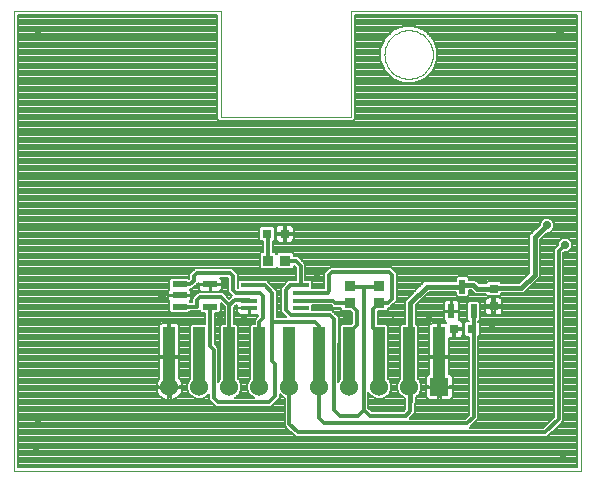
<source format=gtl>
G75*
%MOIN*%
%OFA0B0*%
%FSLAX24Y24*%
%IPPOS*%
%LPD*%
%AMOC8*
5,1,8,0,0,1.08239X$1,22.5*
%
%ADD10C,0.0000*%
%ADD11R,0.0500X0.0220*%
%ADD12R,0.0560X0.0170*%
%ADD13R,0.0220X0.0500*%
%ADD14R,0.0315X0.0315*%
%ADD15R,0.0374X0.0374*%
%ADD16R,0.0600X0.0600*%
%ADD17C,0.0600*%
%ADD18R,0.0394X0.2000*%
%ADD19C,0.0118*%
%ADD20C,0.0277*%
%ADD21C,0.0079*%
%ADD22C,0.0250*%
%ADD23C,0.0157*%
D10*
X000139Y000149D02*
X000139Y015504D01*
X007029Y015504D01*
X007029Y011960D01*
X011360Y011960D01*
X011360Y015504D01*
X019037Y015504D01*
X019037Y000149D01*
X000139Y000149D01*
X012482Y014047D02*
X012484Y014103D01*
X012490Y014159D01*
X012500Y014215D01*
X012513Y014269D01*
X012531Y014323D01*
X012552Y014375D01*
X012576Y014426D01*
X012605Y014475D01*
X012636Y014521D01*
X012671Y014566D01*
X012708Y014608D01*
X012749Y014647D01*
X012792Y014683D01*
X012838Y014716D01*
X012885Y014746D01*
X012935Y014772D01*
X012987Y014795D01*
X013040Y014815D01*
X013094Y014830D01*
X013149Y014842D01*
X013205Y014850D01*
X013261Y014854D01*
X013317Y014854D01*
X013373Y014850D01*
X013429Y014842D01*
X013484Y014830D01*
X013538Y014815D01*
X013591Y014795D01*
X013643Y014772D01*
X013692Y014746D01*
X013740Y014716D01*
X013786Y014683D01*
X013829Y014647D01*
X013870Y014608D01*
X013907Y014566D01*
X013942Y014521D01*
X013973Y014475D01*
X014002Y014426D01*
X014026Y014375D01*
X014047Y014323D01*
X014065Y014269D01*
X014078Y014215D01*
X014088Y014159D01*
X014094Y014103D01*
X014096Y014047D01*
X014094Y013991D01*
X014088Y013935D01*
X014078Y013879D01*
X014065Y013825D01*
X014047Y013771D01*
X014026Y013719D01*
X014002Y013668D01*
X013973Y013619D01*
X013942Y013573D01*
X013907Y013528D01*
X013870Y013486D01*
X013829Y013447D01*
X013786Y013411D01*
X013740Y013378D01*
X013693Y013348D01*
X013643Y013322D01*
X013591Y013299D01*
X013538Y013279D01*
X013484Y013264D01*
X013429Y013252D01*
X013373Y013244D01*
X013317Y013240D01*
X013261Y013240D01*
X013205Y013244D01*
X013149Y013252D01*
X013094Y013264D01*
X013040Y013279D01*
X012987Y013299D01*
X012935Y013322D01*
X012885Y013348D01*
X012838Y013378D01*
X012792Y013411D01*
X012749Y013447D01*
X012708Y013486D01*
X012671Y013528D01*
X012636Y013573D01*
X012605Y013619D01*
X012576Y013668D01*
X012552Y013719D01*
X012531Y013771D01*
X012513Y013825D01*
X012500Y013879D01*
X012490Y013935D01*
X012484Y013991D01*
X012482Y014047D01*
D11*
X006673Y006386D03*
X006673Y005646D03*
X005653Y005646D03*
X005653Y006016D03*
X005653Y006386D03*
D12*
X007980Y006357D03*
X007980Y006107D03*
X007980Y005847D03*
X007980Y005597D03*
X009700Y005597D03*
X009700Y005847D03*
X009700Y006107D03*
X009700Y006357D03*
D13*
X014712Y005488D03*
X015452Y005488D03*
X015082Y006308D03*
D14*
X016119Y006243D03*
X016119Y005653D03*
X015398Y004895D03*
X014807Y004895D03*
X009157Y008071D03*
X008567Y008071D03*
D15*
X008605Y007169D03*
X009176Y007169D03*
X011317Y006341D03*
X011317Y005770D03*
X012298Y005770D03*
X012298Y006341D03*
D16*
X014313Y002967D03*
D17*
X013313Y002967D03*
X012313Y002967D03*
X011313Y002967D03*
X010313Y002967D03*
X009313Y002967D03*
X008313Y002967D03*
X007313Y002967D03*
X006313Y002967D03*
X005313Y002967D03*
D18*
X005305Y003968D03*
X006305Y003968D03*
X007305Y003968D03*
X008305Y003968D03*
X009305Y003968D03*
X010305Y003968D03*
X011305Y003968D03*
X012305Y003968D03*
X013305Y003968D03*
X014305Y003968D03*
D19*
X013305Y003968D02*
X013305Y002975D01*
X013313Y002967D01*
X013339Y002490D01*
X013339Y002149D01*
X013189Y001999D01*
X011989Y001999D01*
X011789Y002199D01*
X011589Y001999D01*
X010989Y001999D01*
X010789Y002199D01*
X010789Y004511D01*
X010799Y004511D01*
X010799Y005218D01*
X010661Y005356D01*
X009372Y005356D01*
X009194Y005533D01*
X009194Y006206D01*
X009189Y006211D01*
X009335Y006357D01*
X009700Y006357D01*
X009700Y006400D01*
X009689Y006411D01*
X009689Y007011D01*
X009539Y007161D01*
X009184Y007161D01*
X009176Y007169D01*
X008605Y007169D02*
X008605Y008033D01*
X008567Y008071D01*
X007339Y006761D02*
X007439Y006661D01*
X007439Y006211D01*
X007539Y006111D01*
X007976Y006111D01*
X007980Y006107D01*
X007984Y006111D01*
X008339Y006111D01*
X008439Y006011D01*
X008439Y005261D01*
X008313Y005134D01*
X008313Y002967D01*
X008305Y003968D01*
X008739Y003833D02*
X008830Y003742D01*
X008830Y002659D01*
X008839Y002649D01*
X008639Y002449D01*
X006939Y002449D01*
X006789Y002599D01*
X006789Y004205D01*
X006673Y004321D01*
X006673Y005646D01*
X006239Y005661D02*
X006239Y005861D01*
X006339Y005961D01*
X007036Y005961D01*
X007313Y005684D01*
X007489Y005861D01*
X007966Y005861D01*
X007980Y005847D01*
X007980Y006357D02*
X007984Y006361D01*
X008489Y006361D01*
X008739Y006111D01*
X008739Y005130D01*
X010179Y005130D01*
X010297Y005012D01*
X010297Y003976D01*
X010305Y003968D01*
X010305Y002975D01*
X010313Y002967D01*
X010313Y001915D01*
X010478Y001749D01*
X015239Y001749D01*
X015452Y001962D01*
X015452Y004911D01*
X015436Y004895D01*
X015398Y004895D01*
X015452Y004911D02*
X015452Y005488D01*
X016119Y006243D02*
X016137Y006261D01*
X015135Y006361D02*
X015082Y006308D01*
X012739Y005911D02*
X012589Y005761D01*
X012307Y005761D01*
X012098Y005552D01*
X012098Y004943D01*
X012305Y004736D01*
X012305Y003968D01*
X012313Y003960D01*
X012313Y002967D01*
X011789Y002199D02*
X011789Y006311D01*
X012268Y006311D01*
X012298Y006341D01*
X011789Y006311D02*
X011347Y006311D01*
X011317Y006341D01*
X010639Y006161D02*
X010639Y006711D01*
X010739Y006811D01*
X012639Y006811D01*
X012739Y006711D01*
X012739Y005911D01*
X012307Y005761D02*
X012298Y005770D01*
X011567Y005503D02*
X011567Y005031D01*
X011305Y004770D01*
X011305Y003968D01*
X011313Y003960D01*
X011313Y002967D01*
X009313Y002967D02*
X009313Y001726D01*
X009589Y001449D01*
X017839Y001449D01*
X018289Y001899D01*
X018289Y007499D01*
X018489Y007699D01*
X011567Y005503D02*
X011308Y005761D01*
X011317Y005770D01*
X011308Y005761D02*
X010839Y005761D01*
X010754Y005847D01*
X009700Y005847D01*
X009700Y006107D02*
X010585Y006107D01*
X010639Y006161D01*
X008739Y005130D02*
X008739Y003833D01*
X009305Y003968D02*
X009313Y002967D01*
X007313Y002967D02*
X007305Y003968D01*
X006305Y003968D02*
X006305Y002975D01*
X006313Y002967D01*
X007313Y002967D02*
X007313Y005684D01*
X006239Y005661D02*
X006224Y005646D01*
X005653Y005646D01*
X005653Y006386D02*
X006014Y006386D01*
X006139Y006511D01*
X006139Y006661D01*
X006239Y006761D01*
X007339Y006761D01*
D20*
X017889Y008349D03*
X018489Y007699D03*
D21*
X018251Y007685D02*
X018131Y007565D01*
X018131Y001965D01*
X017774Y001608D01*
X015322Y001608D01*
X015398Y001684D01*
X015610Y001896D01*
X015610Y004652D01*
X015654Y004696D01*
X015654Y005094D01*
X015610Y005138D01*
X015610Y005146D01*
X015661Y005197D01*
X015661Y005779D01*
X015603Y005837D01*
X015301Y005837D01*
X015243Y005779D01*
X015243Y005197D01*
X015287Y005152D01*
X015199Y005152D01*
X015141Y005094D01*
X015141Y004696D01*
X015199Y004638D01*
X015293Y004638D01*
X015293Y002028D01*
X015174Y001908D01*
X013322Y001908D01*
X013348Y001934D01*
X013405Y001991D01*
X013498Y002084D01*
X013498Y002397D01*
X013517Y002417D01*
X013517Y002620D01*
X013539Y002629D01*
X013651Y002741D01*
X013712Y002888D01*
X013712Y003047D01*
X013651Y003193D01*
X013601Y003244D01*
X013601Y005010D01*
X013543Y005068D01*
X013517Y005068D01*
X013517Y005687D01*
X013960Y006130D01*
X014873Y006130D01*
X014873Y006017D01*
X014931Y005959D01*
X015233Y005959D01*
X015291Y006017D01*
X015291Y006183D01*
X015366Y006183D01*
X015483Y006065D01*
X015862Y006065D01*
X015862Y006045D01*
X015920Y005986D01*
X016318Y005986D01*
X016376Y006045D01*
X016376Y006084D01*
X017123Y006084D01*
X017227Y006188D01*
X017667Y006628D01*
X017667Y007876D01*
X017903Y008111D01*
X017988Y008111D01*
X018127Y008251D01*
X018127Y008448D01*
X017988Y008588D01*
X017791Y008588D01*
X017651Y008448D01*
X017651Y008363D01*
X017311Y008023D01*
X017311Y006776D01*
X016975Y006440D01*
X016376Y006440D01*
X016376Y006442D01*
X016318Y006500D01*
X015920Y006500D01*
X015862Y006442D01*
X015862Y006421D01*
X015631Y006421D01*
X015513Y006539D01*
X015291Y006539D01*
X015291Y006599D01*
X015233Y006657D01*
X014931Y006657D01*
X014873Y006599D01*
X014873Y006486D01*
X013813Y006486D01*
X013708Y006382D01*
X013708Y006382D01*
X013266Y005939D01*
X013266Y005939D01*
X013161Y005835D01*
X013161Y005068D01*
X013067Y005068D01*
X013009Y005010D01*
X013009Y003228D01*
X012974Y003193D01*
X012913Y003047D01*
X012913Y002888D01*
X012974Y002741D01*
X013086Y002629D01*
X013161Y002598D01*
X013161Y002417D01*
X013181Y002397D01*
X013181Y002215D01*
X013124Y002158D01*
X012055Y002158D01*
X011948Y002265D01*
X011948Y002804D01*
X011974Y002741D01*
X012086Y002629D01*
X012233Y002568D01*
X012392Y002568D01*
X012539Y002629D01*
X012651Y002741D01*
X012712Y002888D01*
X012712Y003047D01*
X012651Y003193D01*
X012601Y003244D01*
X012601Y005010D01*
X012543Y005068D01*
X012256Y005068D01*
X012256Y005484D01*
X012526Y005484D01*
X012584Y005542D01*
X012584Y005602D01*
X012655Y005602D01*
X012748Y005695D01*
X012898Y005845D01*
X012898Y006776D01*
X012805Y006869D01*
X012798Y006876D01*
X012705Y006969D01*
X010674Y006969D01*
X010581Y006876D01*
X010481Y006776D01*
X010481Y006265D01*
X010080Y006265D01*
X010080Y006483D01*
X010021Y006541D01*
X009848Y006541D01*
X009848Y007076D01*
X009698Y007226D01*
X009605Y007319D01*
X009462Y007319D01*
X009462Y007397D01*
X009404Y007456D01*
X008948Y007456D01*
X008891Y007398D01*
X008833Y007456D01*
X008764Y007456D01*
X008764Y007815D01*
X008765Y007815D01*
X008823Y007873D01*
X008823Y008270D01*
X008765Y008328D01*
X008368Y008328D01*
X008310Y008270D01*
X008310Y007873D01*
X008368Y007815D01*
X008447Y007815D01*
X008447Y007456D01*
X008377Y007456D01*
X008319Y007397D01*
X008319Y006941D01*
X008377Y006883D01*
X008833Y006883D01*
X008891Y006940D01*
X008948Y006883D01*
X009404Y006883D01*
X009462Y006941D01*
X009462Y007002D01*
X009474Y007002D01*
X009531Y006945D01*
X009531Y006541D01*
X009379Y006541D01*
X009353Y006515D01*
X009269Y006515D01*
X009124Y006369D01*
X009124Y006369D01*
X009031Y006276D01*
X009031Y006145D01*
X009036Y006140D01*
X009036Y005468D01*
X009129Y005375D01*
X009216Y005288D01*
X008898Y005288D01*
X008898Y006176D01*
X008648Y006426D01*
X008555Y006519D01*
X008323Y006519D01*
X008301Y006541D01*
X007659Y006541D01*
X007601Y006483D01*
X007598Y006483D01*
X007601Y006483D02*
X007601Y006273D01*
X007598Y006276D01*
X007598Y006726D01*
X007505Y006819D01*
X007405Y006919D01*
X006174Y006919D01*
X006081Y006826D01*
X005981Y006726D01*
X005981Y006576D01*
X005972Y006568D01*
X005944Y006595D01*
X005362Y006595D01*
X005304Y006537D01*
X005304Y006235D01*
X005309Y006229D01*
X005291Y006212D01*
X005273Y006180D01*
X005264Y006144D01*
X005264Y006032D01*
X005637Y006032D01*
X005637Y006000D01*
X005264Y006000D01*
X005264Y005888D01*
X005273Y005852D01*
X005291Y005820D01*
X005309Y005803D01*
X005304Y005797D01*
X005304Y005495D01*
X005362Y005437D01*
X005944Y005437D01*
X005995Y005488D01*
X006290Y005488D01*
X006305Y005502D01*
X006324Y005521D01*
X006324Y005495D01*
X006382Y005437D01*
X006515Y005437D01*
X006515Y005068D01*
X006067Y005068D01*
X006009Y005010D01*
X006009Y003228D01*
X005974Y003193D01*
X005913Y003047D01*
X005913Y002888D01*
X005974Y002741D01*
X006086Y002629D01*
X006233Y002568D01*
X006392Y002568D01*
X006539Y002629D01*
X006631Y002721D01*
X006631Y002534D01*
X006781Y002384D01*
X006874Y002291D01*
X008705Y002291D01*
X008905Y002491D01*
X008998Y002584D01*
X008998Y002715D01*
X008989Y002724D01*
X008989Y002726D01*
X009086Y002629D01*
X009154Y002601D01*
X009154Y001661D01*
X009247Y001568D01*
X009431Y001384D01*
X009524Y001291D01*
X017905Y001291D01*
X018355Y001741D01*
X018448Y001834D01*
X018448Y007434D01*
X018475Y007461D01*
X018588Y007461D01*
X018727Y007601D01*
X018727Y007798D01*
X018588Y007938D01*
X018391Y007938D01*
X018251Y007798D01*
X018251Y007685D01*
X018251Y007719D02*
X017667Y007719D01*
X017667Y007642D02*
X018208Y007642D01*
X018131Y007565D02*
X017667Y007565D01*
X017667Y007487D02*
X018131Y007487D01*
X018131Y007410D02*
X017667Y007410D01*
X017667Y007333D02*
X018131Y007333D01*
X018131Y007256D02*
X017667Y007256D01*
X017667Y007178D02*
X018131Y007178D01*
X018131Y007101D02*
X017667Y007101D01*
X017667Y007024D02*
X018131Y007024D01*
X018131Y006947D02*
X017667Y006947D01*
X017667Y006869D02*
X018131Y006869D01*
X018131Y006792D02*
X017667Y006792D01*
X017667Y006715D02*
X018131Y006715D01*
X018131Y006638D02*
X017667Y006638D01*
X017599Y006560D02*
X018131Y006560D01*
X018131Y006483D02*
X017522Y006483D01*
X017445Y006406D02*
X018131Y006406D01*
X018131Y006329D02*
X017368Y006329D01*
X017290Y006251D02*
X018131Y006251D01*
X018131Y006174D02*
X017213Y006174D01*
X017136Y006097D02*
X018131Y006097D01*
X018131Y006020D02*
X016351Y006020D01*
X016330Y005940D02*
X016295Y005949D01*
X016158Y005949D01*
X016158Y005692D01*
X016080Y005692D01*
X016080Y005949D01*
X015943Y005949D01*
X015908Y005940D01*
X015876Y005922D01*
X015850Y005896D01*
X015832Y005864D01*
X015822Y005828D01*
X015822Y005692D01*
X016080Y005692D01*
X016080Y005613D01*
X016158Y005613D01*
X016158Y005356D01*
X016295Y005356D01*
X016330Y005365D01*
X016362Y005384D01*
X016388Y005410D01*
X016406Y005441D01*
X016416Y005477D01*
X016416Y005613D01*
X016158Y005613D01*
X016158Y005692D01*
X016416Y005692D01*
X016416Y005828D01*
X016406Y005864D01*
X016388Y005896D01*
X016362Y005922D01*
X016330Y005940D01*
X016321Y005942D02*
X018131Y005942D01*
X018131Y005865D02*
X016405Y005865D01*
X016416Y005788D02*
X018131Y005788D01*
X018131Y005711D02*
X016416Y005711D01*
X016416Y005556D02*
X018131Y005556D01*
X018131Y005479D02*
X016416Y005479D01*
X016380Y005402D02*
X018131Y005402D01*
X018131Y005325D02*
X015661Y005325D01*
X015661Y005402D02*
X015858Y005402D01*
X015850Y005410D02*
X015876Y005384D01*
X015908Y005365D01*
X015943Y005356D01*
X016080Y005356D01*
X016080Y005613D01*
X015822Y005613D01*
X015822Y005477D01*
X015832Y005441D01*
X015850Y005410D01*
X015822Y005479D02*
X015661Y005479D01*
X015661Y005556D02*
X015822Y005556D01*
X015822Y005711D02*
X015661Y005711D01*
X015661Y005634D02*
X016080Y005634D01*
X016080Y005711D02*
X016158Y005711D01*
X016158Y005788D02*
X016080Y005788D01*
X016080Y005865D02*
X016158Y005865D01*
X016158Y005942D02*
X016080Y005942D01*
X015917Y005942D02*
X013773Y005942D01*
X013696Y005865D02*
X014544Y005865D01*
X014548Y005868D02*
X014516Y005849D01*
X014490Y005823D01*
X014472Y005792D01*
X014463Y005756D01*
X014463Y005504D01*
X014696Y005504D01*
X014696Y005877D01*
X014584Y005877D01*
X014548Y005868D01*
X014471Y005788D02*
X013618Y005788D01*
X013541Y005711D02*
X014463Y005711D01*
X014463Y005634D02*
X013517Y005634D01*
X013517Y005556D02*
X014463Y005556D01*
X014463Y005472D02*
X014463Y005220D01*
X014472Y005184D01*
X014490Y005152D01*
X014516Y005126D01*
X014528Y005120D01*
X014520Y005108D01*
X014344Y005108D01*
X014344Y004008D01*
X014265Y004008D01*
X014265Y005108D01*
X014090Y005108D01*
X014054Y005098D01*
X014022Y005080D01*
X013996Y005054D01*
X013978Y005022D01*
X013969Y004987D01*
X013969Y004008D01*
X014265Y004008D01*
X014265Y003929D01*
X013969Y003929D01*
X013969Y003400D01*
X013959Y003397D01*
X013927Y003379D01*
X013901Y003353D01*
X013883Y003321D01*
X013873Y003286D01*
X013873Y003007D01*
X013712Y003007D01*
X013712Y002930D02*
X013974Y002930D01*
X013974Y002928D02*
X013873Y002928D01*
X013873Y002649D01*
X013883Y002613D01*
X013901Y002582D01*
X013927Y002556D01*
X013959Y002537D01*
X013994Y002528D01*
X014273Y002528D01*
X014273Y002928D01*
X014344Y002928D01*
X014344Y002829D01*
X014352Y002829D01*
X014352Y002528D01*
X014631Y002528D01*
X014666Y002537D01*
X014698Y002556D01*
X014724Y002582D01*
X014742Y002613D01*
X014752Y002649D01*
X014752Y002928D01*
X014635Y002928D01*
X014641Y002950D01*
X014641Y003007D01*
X014752Y003007D01*
X015293Y003007D01*
X015293Y002930D02*
X014636Y002930D01*
X014752Y003007D02*
X014752Y003286D01*
X014742Y003321D01*
X014724Y003353D01*
X014698Y003379D01*
X014666Y003397D01*
X014641Y003404D01*
X014641Y003929D01*
X014344Y003929D01*
X014344Y003007D01*
X014273Y003007D01*
X014273Y003407D01*
X014265Y003407D01*
X014265Y003929D01*
X014344Y003929D01*
X014344Y004008D01*
X014641Y004008D01*
X014641Y004598D01*
X014768Y004598D01*
X014768Y004856D01*
X014846Y004856D01*
X014846Y004598D01*
X014983Y004598D01*
X015018Y004608D01*
X015050Y004626D01*
X015076Y004652D01*
X015094Y004684D01*
X015104Y004719D01*
X015104Y004856D01*
X014846Y004856D01*
X014846Y004934D01*
X015104Y004934D01*
X015104Y005071D01*
X015094Y005106D01*
X015076Y005138D01*
X015050Y005164D01*
X015018Y005182D01*
X014983Y005192D01*
X014954Y005192D01*
X014961Y005220D01*
X014961Y005472D01*
X014728Y005472D01*
X014728Y005504D01*
X014696Y005504D01*
X014696Y005472D01*
X014463Y005472D01*
X014463Y005402D02*
X013517Y005402D01*
X013517Y005479D02*
X014696Y005479D01*
X014728Y005479D02*
X015243Y005479D01*
X015243Y005402D02*
X014961Y005402D01*
X014961Y005325D02*
X015243Y005325D01*
X015243Y005247D02*
X014961Y005247D01*
X015040Y005170D02*
X015269Y005170D01*
X015141Y005093D02*
X015098Y005093D01*
X015104Y005016D02*
X015141Y005016D01*
X015141Y004938D02*
X015104Y004938D01*
X015141Y004861D02*
X014846Y004861D01*
X014846Y004784D02*
X014768Y004784D01*
X014768Y004707D02*
X014846Y004707D01*
X014846Y004629D02*
X014768Y004629D01*
X014641Y004552D02*
X015293Y004552D01*
X015293Y004475D02*
X014641Y004475D01*
X014641Y004398D02*
X015293Y004398D01*
X015293Y004320D02*
X014641Y004320D01*
X014641Y004243D02*
X015293Y004243D01*
X015293Y004166D02*
X014641Y004166D01*
X014641Y004089D02*
X015293Y004089D01*
X015293Y004011D02*
X014641Y004011D01*
X014641Y003857D02*
X015293Y003857D01*
X015293Y003934D02*
X014344Y003934D01*
X014344Y003857D02*
X014265Y003857D01*
X014265Y003934D02*
X013601Y003934D01*
X013601Y003857D02*
X013969Y003857D01*
X013969Y003780D02*
X013601Y003780D01*
X013601Y003703D02*
X013969Y003703D01*
X013969Y003625D02*
X013601Y003625D01*
X013601Y003548D02*
X013969Y003548D01*
X013969Y003471D02*
X013601Y003471D01*
X013601Y003394D02*
X013953Y003394D01*
X013881Y003316D02*
X013601Y003316D01*
X013605Y003239D02*
X013873Y003239D01*
X013873Y003162D02*
X013664Y003162D01*
X013696Y003085D02*
X013873Y003085D01*
X013873Y003007D02*
X013969Y003007D01*
X013969Y002950D01*
X013974Y002928D01*
X013873Y002853D02*
X013698Y002853D01*
X013666Y002776D02*
X013873Y002776D01*
X013873Y002698D02*
X013609Y002698D01*
X013521Y002621D02*
X013881Y002621D01*
X013947Y002544D02*
X013517Y002544D01*
X013517Y002467D02*
X015293Y002467D01*
X015293Y002544D02*
X014678Y002544D01*
X014745Y002621D02*
X015293Y002621D01*
X015293Y002698D02*
X014752Y002698D01*
X014752Y002776D02*
X015293Y002776D01*
X015293Y002853D02*
X014752Y002853D01*
X014752Y003085D02*
X015293Y003085D01*
X015293Y003162D02*
X014752Y003162D01*
X014752Y003239D02*
X015293Y003239D01*
X015293Y003316D02*
X014744Y003316D01*
X014672Y003394D02*
X015293Y003394D01*
X015293Y003471D02*
X014641Y003471D01*
X014641Y003548D02*
X015293Y003548D01*
X015293Y003625D02*
X014641Y003625D01*
X014641Y003703D02*
X015293Y003703D01*
X015293Y003780D02*
X014641Y003780D01*
X014344Y003780D02*
X014265Y003780D01*
X014265Y003703D02*
X014344Y003703D01*
X014344Y003625D02*
X014265Y003625D01*
X014265Y003548D02*
X014344Y003548D01*
X014344Y003471D02*
X014265Y003471D01*
X014273Y003394D02*
X014344Y003394D01*
X014344Y003316D02*
X014273Y003316D01*
X014273Y003239D02*
X014344Y003239D01*
X014344Y003162D02*
X014273Y003162D01*
X014273Y003085D02*
X014344Y003085D01*
X014344Y003007D02*
X014273Y003007D01*
X014273Y002853D02*
X014344Y002853D01*
X014352Y002776D02*
X014273Y002776D01*
X014273Y002698D02*
X014352Y002698D01*
X014352Y002621D02*
X014273Y002621D01*
X014273Y002544D02*
X014352Y002544D01*
X013498Y002389D02*
X015293Y002389D01*
X015293Y002312D02*
X013498Y002312D01*
X013498Y002235D02*
X015293Y002235D01*
X015293Y002158D02*
X013498Y002158D01*
X013494Y002080D02*
X015293Y002080D01*
X015269Y002003D02*
X013417Y002003D01*
X013405Y001991D02*
X013405Y001991D01*
X013340Y001926D02*
X015192Y001926D01*
X015485Y001771D02*
X017937Y001771D01*
X017860Y001694D02*
X015408Y001694D01*
X015331Y001617D02*
X017783Y001617D01*
X018015Y001849D02*
X015563Y001849D01*
X015610Y001926D02*
X018092Y001926D01*
X018131Y002003D02*
X015610Y002003D01*
X015610Y002080D02*
X018131Y002080D01*
X018131Y002158D02*
X015610Y002158D01*
X015610Y002235D02*
X018131Y002235D01*
X018131Y002312D02*
X015610Y002312D01*
X015610Y002389D02*
X018131Y002389D01*
X018131Y002467D02*
X015610Y002467D01*
X015610Y002544D02*
X018131Y002544D01*
X018131Y002621D02*
X015610Y002621D01*
X015610Y002698D02*
X018131Y002698D01*
X018131Y002776D02*
X015610Y002776D01*
X015610Y002853D02*
X018131Y002853D01*
X018131Y002930D02*
X015610Y002930D01*
X015610Y003007D02*
X018131Y003007D01*
X018131Y003085D02*
X015610Y003085D01*
X015610Y003162D02*
X018131Y003162D01*
X018131Y003239D02*
X015610Y003239D01*
X015610Y003316D02*
X018131Y003316D01*
X018131Y003394D02*
X015610Y003394D01*
X015610Y003471D02*
X018131Y003471D01*
X018131Y003548D02*
X015610Y003548D01*
X015610Y003625D02*
X018131Y003625D01*
X018131Y003703D02*
X015610Y003703D01*
X015610Y003780D02*
X018131Y003780D01*
X018131Y003857D02*
X015610Y003857D01*
X015610Y003934D02*
X018131Y003934D01*
X018131Y004011D02*
X015610Y004011D01*
X015610Y004089D02*
X018131Y004089D01*
X018131Y004166D02*
X015610Y004166D01*
X015610Y004243D02*
X018131Y004243D01*
X018131Y004320D02*
X015610Y004320D01*
X015610Y004398D02*
X018131Y004398D01*
X018131Y004475D02*
X015610Y004475D01*
X015610Y004552D02*
X018131Y004552D01*
X018131Y004629D02*
X015610Y004629D01*
X015654Y004707D02*
X018131Y004707D01*
X018131Y004784D02*
X015654Y004784D01*
X015654Y004861D02*
X018131Y004861D01*
X018131Y004938D02*
X015654Y004938D01*
X015654Y005016D02*
X018131Y005016D01*
X018131Y005093D02*
X015654Y005093D01*
X015635Y005170D02*
X018131Y005170D01*
X018131Y005247D02*
X015661Y005247D01*
X016080Y005402D02*
X016158Y005402D01*
X016158Y005479D02*
X016080Y005479D01*
X016080Y005556D02*
X016158Y005556D01*
X016158Y005634D02*
X018131Y005634D01*
X018448Y005634D02*
X018898Y005634D01*
X018898Y005711D02*
X018448Y005711D01*
X018448Y005788D02*
X018898Y005788D01*
X018898Y005865D02*
X018448Y005865D01*
X018448Y005942D02*
X018898Y005942D01*
X018898Y006020D02*
X018448Y006020D01*
X018448Y006097D02*
X018898Y006097D01*
X018898Y006174D02*
X018448Y006174D01*
X018448Y006251D02*
X018898Y006251D01*
X018898Y006329D02*
X018448Y006329D01*
X018448Y006406D02*
X018898Y006406D01*
X018898Y006483D02*
X018448Y006483D01*
X018448Y006560D02*
X018898Y006560D01*
X018898Y006638D02*
X018448Y006638D01*
X018448Y006715D02*
X018898Y006715D01*
X018898Y006792D02*
X018448Y006792D01*
X018448Y006869D02*
X018898Y006869D01*
X018898Y006947D02*
X018448Y006947D01*
X018448Y007024D02*
X018898Y007024D01*
X018898Y007101D02*
X018448Y007101D01*
X018448Y007178D02*
X018898Y007178D01*
X018898Y007256D02*
X018448Y007256D01*
X018448Y007333D02*
X018898Y007333D01*
X018898Y007410D02*
X018448Y007410D01*
X018614Y007487D02*
X018898Y007487D01*
X018898Y007565D02*
X018691Y007565D01*
X018727Y007642D02*
X018898Y007642D01*
X018898Y007719D02*
X018727Y007719D01*
X018727Y007796D02*
X018898Y007796D01*
X018898Y007873D02*
X018652Y007873D01*
X018898Y007951D02*
X017743Y007951D01*
X017667Y007873D02*
X018327Y007873D01*
X018251Y007796D02*
X017667Y007796D01*
X017311Y007796D02*
X009389Y007796D01*
X009400Y007802D02*
X009368Y007784D01*
X009333Y007775D01*
X009196Y007775D01*
X009196Y008032D01*
X009118Y008032D01*
X009118Y007775D01*
X008981Y007775D01*
X008946Y007784D01*
X008914Y007802D01*
X008888Y007828D01*
X008870Y007860D01*
X008860Y007896D01*
X008860Y008032D01*
X009118Y008032D01*
X009118Y008111D01*
X009118Y008368D01*
X008981Y008368D01*
X008946Y008359D01*
X008914Y008340D01*
X008888Y008315D01*
X008870Y008283D01*
X008860Y008247D01*
X008860Y008111D01*
X009118Y008111D01*
X009196Y008111D01*
X009196Y008368D01*
X009333Y008368D01*
X009368Y008359D01*
X009400Y008340D01*
X009426Y008315D01*
X009444Y008283D01*
X009454Y008247D01*
X009454Y008111D01*
X009196Y008111D01*
X009196Y008032D01*
X009454Y008032D01*
X009454Y007896D01*
X009444Y007860D01*
X009426Y007828D01*
X009400Y007802D01*
X009448Y007873D02*
X017311Y007873D01*
X017311Y007951D02*
X009454Y007951D01*
X009454Y008028D02*
X017316Y008028D01*
X017393Y008105D02*
X009196Y008105D01*
X009196Y008028D02*
X009118Y008028D01*
X009118Y008105D02*
X008823Y008105D01*
X008823Y008028D02*
X008860Y008028D01*
X008860Y007951D02*
X008823Y007951D01*
X008823Y007873D02*
X008866Y007873D01*
X008925Y007796D02*
X008764Y007796D01*
X008764Y007719D02*
X017311Y007719D01*
X017311Y007642D02*
X008764Y007642D01*
X008764Y007565D02*
X017311Y007565D01*
X017311Y007487D02*
X008764Y007487D01*
X008879Y007410D02*
X008902Y007410D01*
X008447Y007487D02*
X000279Y007487D01*
X000279Y007410D02*
X008331Y007410D01*
X008319Y007333D02*
X000279Y007333D01*
X000279Y007256D02*
X008319Y007256D01*
X008319Y007178D02*
X000279Y007178D01*
X000279Y007101D02*
X008319Y007101D01*
X008319Y007024D02*
X000279Y007024D01*
X000279Y006947D02*
X008319Y006947D01*
X008591Y006483D02*
X009238Y006483D01*
X009160Y006406D02*
X008668Y006406D01*
X008746Y006329D02*
X009083Y006329D01*
X009031Y006251D02*
X008823Y006251D01*
X008898Y006174D02*
X009031Y006174D01*
X009036Y006097D02*
X008898Y006097D01*
X008898Y006020D02*
X009036Y006020D01*
X009036Y005942D02*
X008898Y005942D01*
X008898Y005865D02*
X009036Y005865D01*
X009036Y005788D02*
X008898Y005788D01*
X008898Y005711D02*
X009036Y005711D01*
X009036Y005634D02*
X008898Y005634D01*
X008898Y005556D02*
X009036Y005556D01*
X009036Y005479D02*
X008898Y005479D01*
X008898Y005402D02*
X009102Y005402D01*
X009179Y005325D02*
X008898Y005325D01*
X008281Y005326D02*
X008154Y005200D01*
X008154Y005068D01*
X008067Y005068D01*
X008009Y005010D01*
X008009Y003228D01*
X007974Y003193D01*
X007913Y003047D01*
X007913Y002888D01*
X007974Y002741D01*
X008086Y002629D01*
X008136Y002608D01*
X007489Y002608D01*
X007539Y002629D01*
X007651Y002741D01*
X007712Y002888D01*
X007712Y003047D01*
X007651Y003193D01*
X007601Y003244D01*
X007601Y005010D01*
X007543Y005068D01*
X007471Y005068D01*
X007471Y005618D01*
X007555Y005702D01*
X007561Y005702D01*
X007561Y005700D01*
X007561Y005600D01*
X007977Y005600D01*
X007977Y005593D01*
X007983Y005593D01*
X007983Y005372D01*
X008279Y005372D01*
X008281Y005373D01*
X008281Y005326D01*
X008279Y005325D02*
X007471Y005325D01*
X007471Y005402D02*
X007613Y005402D01*
X007615Y005400D02*
X007646Y005382D01*
X007682Y005372D01*
X007977Y005372D01*
X007977Y005593D01*
X007561Y005593D01*
X007561Y005493D01*
X007570Y005458D01*
X007589Y005426D01*
X007615Y005400D01*
X007565Y005479D02*
X007471Y005479D01*
X007471Y005556D02*
X007561Y005556D01*
X007561Y005634D02*
X007486Y005634D01*
X007313Y005908D02*
X007101Y006119D01*
X006274Y006119D01*
X006181Y006026D01*
X006081Y005926D01*
X006081Y005804D01*
X005999Y005804D01*
X006015Y005820D01*
X006033Y005852D01*
X006042Y005888D01*
X006042Y006000D01*
X005669Y006000D01*
X005669Y006032D01*
X006042Y006032D01*
X006042Y006144D01*
X006033Y006180D01*
X006015Y006212D01*
X005999Y006228D01*
X006080Y006228D01*
X006205Y006352D01*
X006284Y006431D01*
X006284Y006402D01*
X006657Y006402D01*
X006657Y006370D01*
X006689Y006370D01*
X006689Y006402D01*
X007062Y006402D01*
X007062Y006514D01*
X007053Y006550D01*
X007035Y006582D01*
X007014Y006602D01*
X007274Y006602D01*
X007281Y006595D01*
X007281Y006145D01*
X007381Y006045D01*
X007415Y006011D01*
X007331Y005926D01*
X007313Y005908D01*
X007331Y005926D02*
X007331Y005926D01*
X007347Y005942D02*
X007278Y005942D01*
X007201Y006020D02*
X007406Y006020D01*
X007329Y006097D02*
X007124Y006097D01*
X007035Y006190D02*
X007053Y006222D01*
X007062Y006258D01*
X007062Y006370D01*
X006689Y006370D01*
X006689Y006137D01*
X006941Y006137D01*
X006977Y006146D01*
X007009Y006164D01*
X007035Y006190D01*
X007018Y006174D02*
X007281Y006174D01*
X007281Y006251D02*
X007061Y006251D01*
X007062Y006329D02*
X007281Y006329D01*
X007281Y006406D02*
X007062Y006406D01*
X007062Y006483D02*
X007281Y006483D01*
X007281Y006560D02*
X007047Y006560D01*
X006689Y006329D02*
X006657Y006329D01*
X006657Y006370D02*
X006657Y006137D01*
X006405Y006137D01*
X006369Y006146D01*
X006337Y006164D01*
X006311Y006190D01*
X006293Y006222D01*
X006284Y006258D01*
X006284Y006370D01*
X006657Y006370D01*
X006657Y006251D02*
X006689Y006251D01*
X006689Y006174D02*
X006657Y006174D01*
X006328Y006174D02*
X006034Y006174D01*
X006042Y006097D02*
X006251Y006097D01*
X006174Y006020D02*
X005669Y006020D01*
X005637Y006020D02*
X000279Y006020D01*
X000279Y006097D02*
X005264Y006097D01*
X005272Y006174D02*
X000279Y006174D01*
X000279Y006251D02*
X005304Y006251D01*
X005304Y006329D02*
X000279Y006329D01*
X000279Y006406D02*
X005304Y006406D01*
X005304Y006483D02*
X000279Y006483D01*
X000279Y006560D02*
X005327Y006560D01*
X005981Y006638D02*
X000279Y006638D01*
X000279Y006715D02*
X005981Y006715D01*
X006047Y006792D02*
X000279Y006792D01*
X000279Y006869D02*
X006124Y006869D01*
X006258Y006406D02*
X006284Y006406D01*
X006284Y006329D02*
X006181Y006329D01*
X006104Y006251D02*
X006285Y006251D01*
X006097Y005942D02*
X006042Y005942D01*
X006036Y005865D02*
X006081Y005865D01*
X005987Y005479D02*
X006339Y005479D01*
X006515Y005402D02*
X000279Y005402D01*
X000279Y005479D02*
X005319Y005479D01*
X005304Y005556D02*
X000279Y005556D01*
X000279Y005634D02*
X005304Y005634D01*
X005304Y005711D02*
X000279Y005711D01*
X000279Y005788D02*
X005304Y005788D01*
X005270Y005865D02*
X000279Y005865D01*
X000279Y005942D02*
X005264Y005942D01*
X005265Y005108D02*
X005090Y005108D01*
X005054Y005098D01*
X005022Y005080D01*
X004996Y005054D01*
X004978Y005022D01*
X004969Y004987D01*
X004969Y004008D01*
X005265Y004008D01*
X005265Y003929D01*
X004969Y003929D01*
X004969Y003241D01*
X004937Y003197D01*
X004905Y003136D01*
X004884Y003070D01*
X004874Y003007D01*
X000279Y003007D01*
X000279Y002930D02*
X004974Y002930D01*
X004974Y002928D02*
X004874Y002928D01*
X004884Y002864D01*
X004905Y002799D01*
X004937Y002737D01*
X004977Y002681D01*
X005026Y002632D01*
X005082Y002591D01*
X005144Y002560D01*
X005210Y002539D01*
X005273Y002529D01*
X005273Y002928D01*
X005344Y002928D01*
X005344Y002829D01*
X005352Y002829D01*
X005352Y002529D01*
X005415Y002539D01*
X005481Y002560D01*
X005543Y002591D01*
X005599Y002632D01*
X005648Y002681D01*
X005688Y002737D01*
X005720Y002799D01*
X005741Y002864D01*
X005751Y002928D01*
X005635Y002928D01*
X005641Y002950D01*
X005641Y003007D01*
X005751Y003007D01*
X005913Y003007D01*
X005913Y002930D02*
X005636Y002930D01*
X005737Y002853D02*
X005928Y002853D01*
X005960Y002776D02*
X005708Y002776D01*
X005660Y002698D02*
X006017Y002698D01*
X006104Y002621D02*
X005584Y002621D01*
X005432Y002544D02*
X006631Y002544D01*
X006631Y002621D02*
X006521Y002621D01*
X006609Y002698D02*
X006631Y002698D01*
X006698Y002467D02*
X000279Y002467D01*
X000279Y002544D02*
X005193Y002544D01*
X005273Y002544D02*
X005352Y002544D01*
X005352Y002621D02*
X005273Y002621D01*
X005273Y002698D02*
X005352Y002698D01*
X005352Y002776D02*
X005273Y002776D01*
X005273Y002853D02*
X005344Y002853D01*
X005344Y003007D02*
X005344Y003929D01*
X005265Y003929D01*
X005265Y003405D01*
X005273Y003406D01*
X005273Y003007D01*
X005344Y003007D01*
X005273Y003007D01*
X005273Y003085D02*
X005344Y003085D01*
X005344Y003162D02*
X005273Y003162D01*
X005273Y003239D02*
X005344Y003239D01*
X005344Y003316D02*
X005273Y003316D01*
X005273Y003394D02*
X005344Y003394D01*
X005344Y003471D02*
X005265Y003471D01*
X005265Y003548D02*
X005344Y003548D01*
X005344Y003625D02*
X005265Y003625D01*
X005265Y003703D02*
X005344Y003703D01*
X005344Y003780D02*
X005265Y003780D01*
X005265Y003857D02*
X005344Y003857D01*
X005344Y003929D02*
X005344Y004008D01*
X005265Y004008D01*
X005265Y005108D01*
X005265Y005093D02*
X005344Y005093D01*
X005344Y005108D02*
X005520Y005108D01*
X005555Y005098D01*
X005587Y005080D01*
X005613Y005054D01*
X005631Y005022D01*
X005641Y004987D01*
X005641Y004008D01*
X005344Y004008D01*
X005344Y005108D01*
X005344Y005016D02*
X005265Y005016D01*
X005265Y004938D02*
X005344Y004938D01*
X005344Y004861D02*
X005265Y004861D01*
X005265Y004784D02*
X005344Y004784D01*
X005344Y004707D02*
X005265Y004707D01*
X005265Y004629D02*
X005344Y004629D01*
X005344Y004552D02*
X005265Y004552D01*
X005265Y004475D02*
X005344Y004475D01*
X005344Y004398D02*
X005265Y004398D01*
X005265Y004320D02*
X005344Y004320D01*
X005344Y004243D02*
X005265Y004243D01*
X005265Y004166D02*
X005344Y004166D01*
X005344Y004089D02*
X005265Y004089D01*
X005265Y004011D02*
X005344Y004011D01*
X005344Y003934D02*
X006009Y003934D01*
X006009Y003857D02*
X005641Y003857D01*
X005641Y003929D02*
X005344Y003929D01*
X005265Y003934D02*
X000279Y003934D01*
X000279Y003857D02*
X004969Y003857D01*
X004969Y003780D02*
X000279Y003780D01*
X000279Y003703D02*
X004969Y003703D01*
X004969Y003625D02*
X000279Y003625D01*
X000279Y003548D02*
X004969Y003548D01*
X004969Y003471D02*
X000279Y003471D01*
X000279Y003394D02*
X004969Y003394D01*
X004969Y003316D02*
X000279Y003316D01*
X000279Y003239D02*
X004967Y003239D01*
X004919Y003162D02*
X000279Y003162D01*
X000279Y003085D02*
X004889Y003085D01*
X004874Y003007D02*
X004969Y003007D01*
X004969Y002950D01*
X004974Y002928D01*
X004888Y002853D02*
X000279Y002853D01*
X000279Y002776D02*
X004917Y002776D01*
X004965Y002698D02*
X000279Y002698D01*
X000279Y002621D02*
X005041Y002621D01*
X005751Y003007D02*
X005741Y003070D01*
X005720Y003136D01*
X005688Y003197D01*
X005648Y003253D01*
X005641Y003260D01*
X005641Y003929D01*
X005641Y004011D02*
X006009Y004011D01*
X006009Y004089D02*
X005641Y004089D01*
X005641Y004166D02*
X006009Y004166D01*
X006009Y004243D02*
X005641Y004243D01*
X005641Y004320D02*
X006009Y004320D01*
X006009Y004398D02*
X005641Y004398D01*
X005641Y004475D02*
X006009Y004475D01*
X006009Y004552D02*
X005641Y004552D01*
X005641Y004629D02*
X006009Y004629D01*
X006009Y004707D02*
X005641Y004707D01*
X005641Y004784D02*
X006009Y004784D01*
X006009Y004861D02*
X005641Y004861D01*
X005641Y004938D02*
X006009Y004938D01*
X006015Y005016D02*
X005633Y005016D01*
X005565Y005093D02*
X006515Y005093D01*
X006515Y005170D02*
X000279Y005170D01*
X000279Y005093D02*
X005045Y005093D01*
X004976Y005016D02*
X000279Y005016D01*
X000279Y004938D02*
X004969Y004938D01*
X004969Y004861D02*
X000279Y004861D01*
X000279Y004784D02*
X004969Y004784D01*
X004969Y004707D02*
X000279Y004707D01*
X000279Y004629D02*
X004969Y004629D01*
X004969Y004552D02*
X000279Y004552D01*
X000279Y004475D02*
X004969Y004475D01*
X004969Y004398D02*
X000279Y004398D01*
X000279Y004320D02*
X004969Y004320D01*
X004969Y004243D02*
X000279Y004243D01*
X000279Y004166D02*
X004969Y004166D01*
X004969Y004089D02*
X000279Y004089D01*
X000279Y004011D02*
X004969Y004011D01*
X005641Y003780D02*
X006009Y003780D01*
X006009Y003703D02*
X005641Y003703D01*
X005641Y003625D02*
X006009Y003625D01*
X006009Y003548D02*
X005641Y003548D01*
X005641Y003471D02*
X006009Y003471D01*
X006009Y003394D02*
X005641Y003394D01*
X005641Y003316D02*
X006009Y003316D01*
X006009Y003239D02*
X005658Y003239D01*
X005707Y003162D02*
X005961Y003162D01*
X005929Y003085D02*
X005736Y003085D01*
X006775Y002389D02*
X000279Y002389D01*
X000279Y002312D02*
X006853Y002312D01*
X007521Y002621D02*
X008104Y002621D01*
X008017Y002698D02*
X007609Y002698D01*
X007666Y002776D02*
X007960Y002776D01*
X007928Y002853D02*
X007698Y002853D01*
X007712Y002930D02*
X007913Y002930D01*
X007913Y003007D02*
X007712Y003007D01*
X007696Y003085D02*
X007929Y003085D01*
X007961Y003162D02*
X007664Y003162D01*
X007605Y003239D02*
X008009Y003239D01*
X008009Y003316D02*
X007601Y003316D01*
X007601Y003394D02*
X008009Y003394D01*
X008009Y003471D02*
X007601Y003471D01*
X007601Y003548D02*
X008009Y003548D01*
X008009Y003625D02*
X007601Y003625D01*
X007601Y003703D02*
X008009Y003703D01*
X008009Y003780D02*
X007601Y003780D01*
X007601Y003857D02*
X008009Y003857D01*
X008009Y003934D02*
X007601Y003934D01*
X007601Y004011D02*
X008009Y004011D01*
X008009Y004089D02*
X007601Y004089D01*
X007601Y004166D02*
X008009Y004166D01*
X008009Y004243D02*
X007601Y004243D01*
X007601Y004320D02*
X008009Y004320D01*
X008009Y004398D02*
X007601Y004398D01*
X007601Y004475D02*
X008009Y004475D01*
X008009Y004552D02*
X007601Y004552D01*
X007601Y004629D02*
X008009Y004629D01*
X008009Y004707D02*
X007601Y004707D01*
X007601Y004784D02*
X008009Y004784D01*
X008009Y004861D02*
X007601Y004861D01*
X007601Y004938D02*
X008009Y004938D01*
X008015Y005016D02*
X007595Y005016D01*
X007471Y005093D02*
X008154Y005093D01*
X008154Y005170D02*
X007471Y005170D01*
X007471Y005247D02*
X008202Y005247D01*
X007983Y005402D02*
X007977Y005402D01*
X007977Y005479D02*
X007983Y005479D01*
X007977Y005556D02*
X007983Y005556D01*
X007154Y005556D02*
X007022Y005556D01*
X007022Y005495D02*
X007022Y005750D01*
X007154Y005618D01*
X007154Y005068D01*
X007067Y005068D01*
X007009Y005010D01*
X007009Y003228D01*
X006974Y003193D01*
X006948Y003130D01*
X006948Y004271D01*
X006855Y004363D01*
X006831Y004387D01*
X006831Y005437D01*
X006964Y005437D01*
X007022Y005495D01*
X007007Y005479D02*
X007154Y005479D01*
X007154Y005402D02*
X006831Y005402D01*
X006831Y005325D02*
X007154Y005325D01*
X007154Y005247D02*
X006831Y005247D01*
X006831Y005170D02*
X007154Y005170D01*
X007154Y005093D02*
X006831Y005093D01*
X006831Y005016D02*
X007015Y005016D01*
X007009Y004938D02*
X006831Y004938D01*
X006831Y004861D02*
X007009Y004861D01*
X007009Y004784D02*
X006831Y004784D01*
X006831Y004707D02*
X007009Y004707D01*
X007009Y004629D02*
X006831Y004629D01*
X006831Y004552D02*
X007009Y004552D01*
X007009Y004475D02*
X006831Y004475D01*
X006831Y004398D02*
X007009Y004398D01*
X007009Y004320D02*
X006898Y004320D01*
X006948Y004243D02*
X007009Y004243D01*
X007009Y004166D02*
X006948Y004166D01*
X006948Y004089D02*
X007009Y004089D01*
X007009Y004011D02*
X006948Y004011D01*
X006948Y003934D02*
X007009Y003934D01*
X007009Y003857D02*
X006948Y003857D01*
X006948Y003780D02*
X007009Y003780D01*
X007009Y003703D02*
X006948Y003703D01*
X006948Y003625D02*
X007009Y003625D01*
X007009Y003548D02*
X006948Y003548D01*
X006948Y003471D02*
X007009Y003471D01*
X007009Y003394D02*
X006948Y003394D01*
X006948Y003316D02*
X007009Y003316D01*
X007009Y003239D02*
X006948Y003239D01*
X006948Y003162D02*
X006961Y003162D01*
X008726Y002312D02*
X009154Y002312D01*
X009154Y002235D02*
X000279Y002235D01*
X000279Y002158D02*
X009154Y002158D01*
X009154Y002080D02*
X000279Y002080D01*
X000279Y002003D02*
X009154Y002003D01*
X009154Y001926D02*
X000279Y001926D01*
X000279Y001849D02*
X009154Y001849D01*
X009154Y001771D02*
X000279Y001771D01*
X000279Y001694D02*
X009154Y001694D01*
X009198Y001617D02*
X000279Y001617D01*
X000279Y001540D02*
X009275Y001540D01*
X009352Y001463D02*
X000279Y001463D01*
X000279Y001385D02*
X009429Y001385D01*
X009507Y001308D02*
X000279Y001308D01*
X000279Y001231D02*
X018898Y001231D01*
X018898Y001308D02*
X017922Y001308D01*
X017999Y001385D02*
X018898Y001385D01*
X018898Y001463D02*
X018077Y001463D01*
X018154Y001540D02*
X018898Y001540D01*
X018898Y001617D02*
X018231Y001617D01*
X018308Y001694D02*
X018898Y001694D01*
X018898Y001771D02*
X018385Y001771D01*
X018448Y001849D02*
X018898Y001849D01*
X018898Y001926D02*
X018448Y001926D01*
X018448Y002003D02*
X018898Y002003D01*
X018898Y002080D02*
X018448Y002080D01*
X018448Y002158D02*
X018898Y002158D01*
X018898Y002235D02*
X018448Y002235D01*
X018448Y002312D02*
X018898Y002312D01*
X018898Y002389D02*
X018448Y002389D01*
X018448Y002467D02*
X018898Y002467D01*
X018898Y002544D02*
X018448Y002544D01*
X018448Y002621D02*
X018898Y002621D01*
X018898Y002698D02*
X018448Y002698D01*
X018448Y002776D02*
X018898Y002776D01*
X018898Y002853D02*
X018448Y002853D01*
X018448Y002930D02*
X018898Y002930D01*
X018898Y003007D02*
X018448Y003007D01*
X018448Y003085D02*
X018898Y003085D01*
X018898Y003162D02*
X018448Y003162D01*
X018448Y003239D02*
X018898Y003239D01*
X018898Y003316D02*
X018448Y003316D01*
X018448Y003394D02*
X018898Y003394D01*
X018898Y003471D02*
X018448Y003471D01*
X018448Y003548D02*
X018898Y003548D01*
X018898Y003625D02*
X018448Y003625D01*
X018448Y003703D02*
X018898Y003703D01*
X018898Y003780D02*
X018448Y003780D01*
X018448Y003857D02*
X018898Y003857D01*
X018898Y003934D02*
X018448Y003934D01*
X018448Y004011D02*
X018898Y004011D01*
X018898Y004089D02*
X018448Y004089D01*
X018448Y004166D02*
X018898Y004166D01*
X018898Y004243D02*
X018448Y004243D01*
X018448Y004320D02*
X018898Y004320D01*
X018898Y004398D02*
X018448Y004398D01*
X018448Y004475D02*
X018898Y004475D01*
X018898Y004552D02*
X018448Y004552D01*
X018448Y004629D02*
X018898Y004629D01*
X018898Y004707D02*
X018448Y004707D01*
X018448Y004784D02*
X018898Y004784D01*
X018898Y004861D02*
X018448Y004861D01*
X018448Y004938D02*
X018898Y004938D01*
X018898Y005016D02*
X018448Y005016D01*
X018448Y005093D02*
X018898Y005093D01*
X018898Y005170D02*
X018448Y005170D01*
X018448Y005247D02*
X018898Y005247D01*
X018898Y005325D02*
X018448Y005325D01*
X018448Y005402D02*
X018898Y005402D01*
X018898Y005479D02*
X018448Y005479D01*
X018448Y005556D02*
X018898Y005556D01*
X017250Y006715D02*
X012898Y006715D01*
X012898Y006638D02*
X014911Y006638D01*
X014873Y006560D02*
X012898Y006560D01*
X012898Y006483D02*
X013810Y006483D01*
X013733Y006406D02*
X012898Y006406D01*
X012898Y006329D02*
X013655Y006329D01*
X013578Y006251D02*
X012898Y006251D01*
X012898Y006174D02*
X013501Y006174D01*
X013424Y006097D02*
X012898Y006097D01*
X012898Y006020D02*
X013346Y006020D01*
X013269Y005942D02*
X012898Y005942D01*
X012898Y005865D02*
X013192Y005865D01*
X013161Y005788D02*
X012841Y005788D01*
X012763Y005711D02*
X013161Y005711D01*
X013161Y005634D02*
X012686Y005634D01*
X012584Y005556D02*
X013161Y005556D01*
X013161Y005479D02*
X012256Y005479D01*
X012256Y005402D02*
X013161Y005402D01*
X013161Y005325D02*
X012256Y005325D01*
X012256Y005247D02*
X013161Y005247D01*
X013161Y005170D02*
X012256Y005170D01*
X012256Y005093D02*
X013161Y005093D01*
X013015Y005016D02*
X012595Y005016D01*
X012601Y004938D02*
X013009Y004938D01*
X013009Y004861D02*
X012601Y004861D01*
X012601Y004784D02*
X013009Y004784D01*
X013009Y004707D02*
X012601Y004707D01*
X012601Y004629D02*
X013009Y004629D01*
X013009Y004552D02*
X012601Y004552D01*
X012601Y004475D02*
X013009Y004475D01*
X013009Y004398D02*
X012601Y004398D01*
X012601Y004320D02*
X013009Y004320D01*
X013009Y004243D02*
X012601Y004243D01*
X012601Y004166D02*
X013009Y004166D01*
X013009Y004089D02*
X012601Y004089D01*
X012601Y004011D02*
X013009Y004011D01*
X013009Y003934D02*
X012601Y003934D01*
X012601Y003857D02*
X013009Y003857D01*
X013009Y003780D02*
X012601Y003780D01*
X012601Y003703D02*
X013009Y003703D01*
X013009Y003625D02*
X012601Y003625D01*
X012601Y003548D02*
X013009Y003548D01*
X013009Y003471D02*
X012601Y003471D01*
X012601Y003394D02*
X013009Y003394D01*
X013009Y003316D02*
X012601Y003316D01*
X012605Y003239D02*
X013009Y003239D01*
X012961Y003162D02*
X012664Y003162D01*
X012696Y003085D02*
X012929Y003085D01*
X012913Y003007D02*
X012712Y003007D01*
X012712Y002930D02*
X012913Y002930D01*
X012928Y002853D02*
X012698Y002853D01*
X012666Y002776D02*
X012960Y002776D01*
X013017Y002698D02*
X012609Y002698D01*
X012521Y002621D02*
X013104Y002621D01*
X013161Y002544D02*
X011948Y002544D01*
X011948Y002621D02*
X012104Y002621D01*
X012017Y002698D02*
X011948Y002698D01*
X011948Y002776D02*
X011960Y002776D01*
X011948Y002467D02*
X013161Y002467D01*
X013181Y002389D02*
X011948Y002389D01*
X011948Y002312D02*
X013181Y002312D01*
X013181Y002235D02*
X011978Y002235D01*
X010948Y003130D02*
X010948Y004436D01*
X010957Y004445D01*
X010957Y005284D01*
X010819Y005422D01*
X010727Y005515D01*
X010080Y005515D01*
X010080Y005688D01*
X010688Y005688D01*
X010774Y005602D01*
X011031Y005602D01*
X011031Y005542D01*
X011089Y005484D01*
X011362Y005484D01*
X011408Y005437D01*
X011408Y005097D01*
X011379Y005068D01*
X011067Y005068D01*
X011009Y005010D01*
X011009Y003228D01*
X010974Y003193D01*
X010948Y003130D01*
X010948Y003162D02*
X010961Y003162D01*
X010948Y003239D02*
X011009Y003239D01*
X011009Y003316D02*
X010948Y003316D01*
X010948Y003394D02*
X011009Y003394D01*
X011009Y003471D02*
X010948Y003471D01*
X010948Y003548D02*
X011009Y003548D01*
X011009Y003625D02*
X010948Y003625D01*
X010948Y003703D02*
X011009Y003703D01*
X011009Y003780D02*
X010948Y003780D01*
X010948Y003857D02*
X011009Y003857D01*
X011009Y003934D02*
X010948Y003934D01*
X010948Y004011D02*
X011009Y004011D01*
X011009Y004089D02*
X010948Y004089D01*
X010948Y004166D02*
X011009Y004166D01*
X011009Y004243D02*
X010948Y004243D01*
X010948Y004320D02*
X011009Y004320D01*
X011009Y004398D02*
X010948Y004398D01*
X010957Y004475D02*
X011009Y004475D01*
X011009Y004552D02*
X010957Y004552D01*
X010957Y004629D02*
X011009Y004629D01*
X011009Y004707D02*
X010957Y004707D01*
X010957Y004784D02*
X011009Y004784D01*
X011009Y004861D02*
X010957Y004861D01*
X010957Y004938D02*
X011009Y004938D01*
X011015Y005016D02*
X010957Y005016D01*
X010957Y005093D02*
X011404Y005093D01*
X011408Y005170D02*
X010957Y005170D01*
X010957Y005247D02*
X011408Y005247D01*
X011408Y005325D02*
X010917Y005325D01*
X010839Y005402D02*
X011408Y005402D01*
X011366Y005479D02*
X010762Y005479D01*
X010743Y005634D02*
X010080Y005634D01*
X010080Y005556D02*
X011031Y005556D01*
X010481Y006329D02*
X010080Y006329D01*
X010080Y006406D02*
X010481Y006406D01*
X010481Y006483D02*
X010079Y006483D01*
X009848Y006560D02*
X010481Y006560D01*
X010481Y006638D02*
X009848Y006638D01*
X009848Y006715D02*
X010481Y006715D01*
X010497Y006792D02*
X009848Y006792D01*
X009848Y006869D02*
X010574Y006869D01*
X010651Y006947D02*
X009848Y006947D01*
X009848Y007024D02*
X017311Y007024D01*
X017311Y007101D02*
X009823Y007101D01*
X009746Y007178D02*
X017311Y007178D01*
X017311Y007256D02*
X009669Y007256D01*
X009462Y007333D02*
X017311Y007333D01*
X017311Y007410D02*
X009450Y007410D01*
X009196Y007796D02*
X009118Y007796D01*
X009118Y007873D02*
X009196Y007873D01*
X009196Y007951D02*
X009118Y007951D01*
X009118Y008182D02*
X009196Y008182D01*
X009196Y008260D02*
X009118Y008260D01*
X009118Y008337D02*
X009196Y008337D01*
X009404Y008337D02*
X017625Y008337D01*
X017651Y008414D02*
X000279Y008414D01*
X000279Y008337D02*
X008910Y008337D01*
X008864Y008260D02*
X008823Y008260D01*
X008823Y008182D02*
X008860Y008182D01*
X008310Y008182D02*
X000279Y008182D01*
X000279Y008105D02*
X008310Y008105D01*
X008310Y008028D02*
X000279Y008028D01*
X000279Y007951D02*
X008310Y007951D01*
X008310Y007873D02*
X000279Y007873D01*
X000279Y007796D02*
X008447Y007796D01*
X008447Y007719D02*
X000279Y007719D01*
X000279Y007642D02*
X008447Y007642D01*
X008447Y007565D02*
X000279Y007565D01*
X000279Y008260D02*
X008310Y008260D01*
X009451Y008260D02*
X017548Y008260D01*
X017470Y008182D02*
X009454Y008182D01*
X009462Y006947D02*
X009530Y006947D01*
X009531Y006869D02*
X007455Y006869D01*
X007532Y006792D02*
X009531Y006792D01*
X009531Y006715D02*
X007598Y006715D01*
X007598Y006638D02*
X009531Y006638D01*
X009531Y006560D02*
X007598Y006560D01*
X007598Y006406D02*
X007601Y006406D01*
X007598Y006329D02*
X007601Y006329D01*
X007062Y005711D02*
X007022Y005711D01*
X007022Y005634D02*
X007139Y005634D01*
X006515Y005325D02*
X000279Y005325D01*
X000279Y005247D02*
X006515Y005247D01*
X008998Y002698D02*
X009017Y002698D01*
X008998Y002621D02*
X009104Y002621D01*
X009154Y002544D02*
X008958Y002544D01*
X008881Y002467D02*
X009154Y002467D01*
X009154Y002389D02*
X008803Y002389D01*
X013601Y004011D02*
X013969Y004011D01*
X013969Y004089D02*
X013601Y004089D01*
X013601Y004166D02*
X013969Y004166D01*
X013969Y004243D02*
X013601Y004243D01*
X013601Y004320D02*
X013969Y004320D01*
X013969Y004398D02*
X013601Y004398D01*
X013601Y004475D02*
X013969Y004475D01*
X013969Y004552D02*
X013601Y004552D01*
X013601Y004629D02*
X013969Y004629D01*
X013969Y004707D02*
X013601Y004707D01*
X013601Y004784D02*
X013969Y004784D01*
X013969Y004861D02*
X013601Y004861D01*
X013601Y004938D02*
X013969Y004938D01*
X013976Y005016D02*
X013595Y005016D01*
X013517Y005093D02*
X014045Y005093D01*
X014265Y005093D02*
X014344Y005093D01*
X014344Y005016D02*
X014265Y005016D01*
X014265Y004938D02*
X014344Y004938D01*
X014344Y004861D02*
X014265Y004861D01*
X014265Y004784D02*
X014344Y004784D01*
X014344Y004707D02*
X014265Y004707D01*
X014265Y004629D02*
X014344Y004629D01*
X014344Y004552D02*
X014265Y004552D01*
X014265Y004475D02*
X014344Y004475D01*
X014344Y004398D02*
X014265Y004398D01*
X014265Y004320D02*
X014344Y004320D01*
X014344Y004243D02*
X014265Y004243D01*
X014265Y004166D02*
X014344Y004166D01*
X014344Y004089D02*
X014265Y004089D01*
X014265Y004011D02*
X014344Y004011D01*
X015053Y004629D02*
X015293Y004629D01*
X015141Y004707D02*
X015101Y004707D01*
X015104Y004784D02*
X015141Y004784D01*
X014520Y005108D02*
X014520Y005108D01*
X014480Y005170D02*
X013517Y005170D01*
X013517Y005247D02*
X014463Y005247D01*
X014463Y005325D02*
X013517Y005325D01*
X013850Y006020D02*
X014873Y006020D01*
X014873Y006097D02*
X013927Y006097D01*
X014696Y005865D02*
X014728Y005865D01*
X014728Y005877D02*
X014728Y005504D01*
X014961Y005504D01*
X014961Y005756D01*
X014952Y005792D01*
X014933Y005823D01*
X014907Y005849D01*
X014876Y005868D01*
X014840Y005877D01*
X014728Y005877D01*
X014728Y005788D02*
X014696Y005788D01*
X014696Y005711D02*
X014728Y005711D01*
X014728Y005634D02*
X014696Y005634D01*
X014696Y005556D02*
X014728Y005556D01*
X014961Y005556D02*
X015243Y005556D01*
X015243Y005634D02*
X014961Y005634D01*
X014961Y005711D02*
X015243Y005711D01*
X015251Y005788D02*
X014953Y005788D01*
X014880Y005865D02*
X015832Y005865D01*
X015822Y005788D02*
X015652Y005788D01*
X015887Y006020D02*
X015291Y006020D01*
X015291Y006097D02*
X015451Y006097D01*
X015374Y006174D02*
X015291Y006174D01*
X015291Y006560D02*
X017096Y006560D01*
X017018Y006483D02*
X016334Y006483D01*
X015903Y006483D02*
X015569Y006483D01*
X015253Y006638D02*
X017173Y006638D01*
X017311Y006792D02*
X012882Y006792D01*
X012805Y006869D02*
X012805Y006869D01*
X017311Y006869D01*
X017311Y006947D02*
X012728Y006947D01*
X012798Y006876D02*
X012798Y006876D01*
X017695Y008491D02*
X000279Y008491D01*
X000279Y008569D02*
X017772Y008569D01*
X018007Y008569D02*
X018898Y008569D01*
X018898Y008646D02*
X000279Y008646D01*
X000279Y008723D02*
X018898Y008723D01*
X018898Y008800D02*
X000279Y008800D01*
X000279Y008878D02*
X018898Y008878D01*
X018898Y008955D02*
X000279Y008955D01*
X000279Y009032D02*
X018898Y009032D01*
X018898Y009109D02*
X000279Y009109D01*
X000279Y009187D02*
X018898Y009187D01*
X018898Y009264D02*
X000279Y009264D01*
X000279Y009341D02*
X018898Y009341D01*
X018898Y009418D02*
X000279Y009418D01*
X000279Y009496D02*
X018898Y009496D01*
X018898Y009573D02*
X000279Y009573D01*
X000279Y009650D02*
X018898Y009650D01*
X018898Y009727D02*
X000279Y009727D01*
X000279Y009804D02*
X018898Y009804D01*
X018898Y009882D02*
X000279Y009882D01*
X000279Y009959D02*
X018898Y009959D01*
X018898Y010036D02*
X000279Y010036D01*
X000279Y010113D02*
X018898Y010113D01*
X018898Y010191D02*
X000279Y010191D01*
X000279Y010268D02*
X018898Y010268D01*
X018898Y010345D02*
X000279Y010345D01*
X000279Y010422D02*
X018898Y010422D01*
X018898Y010500D02*
X000279Y010500D01*
X000279Y010577D02*
X018898Y010577D01*
X018898Y010654D02*
X000279Y010654D01*
X000279Y010731D02*
X018898Y010731D01*
X018898Y010809D02*
X000279Y010809D01*
X000279Y010886D02*
X018898Y010886D01*
X018898Y010963D02*
X000279Y010963D01*
X000279Y011040D02*
X018898Y011040D01*
X018898Y011118D02*
X000279Y011118D01*
X000279Y011195D02*
X018898Y011195D01*
X018898Y011272D02*
X000279Y011272D01*
X000279Y011349D02*
X018898Y011349D01*
X018898Y011427D02*
X000279Y011427D01*
X000279Y011504D02*
X018898Y011504D01*
X018898Y011581D02*
X000279Y011581D01*
X000279Y011658D02*
X018898Y011658D01*
X018898Y011736D02*
X000279Y011736D01*
X000279Y011813D02*
X018898Y011813D01*
X018898Y011890D02*
X011486Y011890D01*
X011499Y011903D02*
X011499Y015364D01*
X018898Y015364D01*
X018898Y000289D01*
X000279Y000289D01*
X000279Y015364D01*
X006890Y015364D01*
X006890Y011903D01*
X006971Y011821D01*
X007087Y011821D01*
X011418Y011821D01*
X011499Y011903D01*
X011499Y011967D02*
X018898Y011967D01*
X018898Y012044D02*
X011499Y012044D01*
X011499Y012122D02*
X018898Y012122D01*
X018898Y012199D02*
X011499Y012199D01*
X011499Y012276D02*
X018898Y012276D01*
X018898Y012353D02*
X011499Y012353D01*
X011499Y012431D02*
X018898Y012431D01*
X018898Y012508D02*
X011499Y012508D01*
X011499Y012585D02*
X018898Y012585D01*
X018898Y012662D02*
X011499Y012662D01*
X011499Y012740D02*
X018898Y012740D01*
X018898Y012817D02*
X011499Y012817D01*
X011499Y012894D02*
X018898Y012894D01*
X018898Y012971D02*
X011499Y012971D01*
X011499Y013049D02*
X018898Y013049D01*
X018898Y013126D02*
X013538Y013126D01*
X013477Y013101D02*
X013825Y013245D01*
X014091Y013511D01*
X014235Y013859D01*
X014235Y014235D01*
X014091Y014583D01*
X013825Y014849D01*
X013477Y014994D01*
X013101Y014994D01*
X012753Y014849D01*
X012487Y014583D01*
X012343Y014235D01*
X012343Y013859D01*
X012487Y013511D01*
X012753Y013245D01*
X013101Y013101D01*
X013477Y013101D01*
X013725Y013203D02*
X018898Y013203D01*
X018898Y013280D02*
X013861Y013280D01*
X013938Y013358D02*
X018898Y013358D01*
X018898Y013435D02*
X014015Y013435D01*
X014092Y013512D02*
X018898Y013512D01*
X018898Y013589D02*
X014124Y013589D01*
X014156Y013667D02*
X018898Y013667D01*
X018898Y013744D02*
X014188Y013744D01*
X014220Y013821D02*
X018898Y013821D01*
X018898Y013898D02*
X014235Y013898D01*
X014235Y013975D02*
X018898Y013975D01*
X018898Y014053D02*
X014235Y014053D01*
X014235Y014130D02*
X018898Y014130D01*
X018898Y014207D02*
X014235Y014207D01*
X014215Y014284D02*
X018898Y014284D01*
X018898Y014362D02*
X014183Y014362D01*
X014151Y014439D02*
X018898Y014439D01*
X018898Y014516D02*
X014119Y014516D01*
X014081Y014593D02*
X018898Y014593D01*
X018898Y014671D02*
X014004Y014671D01*
X013927Y014748D02*
X018898Y014748D01*
X018898Y014825D02*
X013849Y014825D01*
X013697Y014902D02*
X018898Y014902D01*
X018898Y014980D02*
X013511Y014980D01*
X013067Y014980D02*
X011499Y014980D01*
X011499Y015057D02*
X018898Y015057D01*
X018898Y015134D02*
X011499Y015134D01*
X011499Y015211D02*
X018898Y015211D01*
X018898Y015289D02*
X011499Y015289D01*
X011499Y014902D02*
X012881Y014902D01*
X012729Y014825D02*
X011499Y014825D01*
X011499Y014748D02*
X012651Y014748D01*
X012574Y014671D02*
X011499Y014671D01*
X011499Y014593D02*
X012497Y014593D01*
X012459Y014516D02*
X011499Y014516D01*
X011499Y014439D02*
X012427Y014439D01*
X012395Y014362D02*
X011499Y014362D01*
X011499Y014284D02*
X012363Y014284D01*
X012343Y014207D02*
X011499Y014207D01*
X011499Y014130D02*
X012343Y014130D01*
X012343Y014053D02*
X011499Y014053D01*
X011499Y013975D02*
X012343Y013975D01*
X012343Y013898D02*
X011499Y013898D01*
X011499Y013821D02*
X012358Y013821D01*
X012390Y013744D02*
X011499Y013744D01*
X011499Y013667D02*
X012422Y013667D01*
X012454Y013589D02*
X011499Y013589D01*
X011499Y013512D02*
X012486Y013512D01*
X012563Y013435D02*
X011499Y013435D01*
X011499Y013358D02*
X012640Y013358D01*
X012717Y013280D02*
X011499Y013280D01*
X011499Y013203D02*
X012853Y013203D01*
X013040Y013126D02*
X011499Y013126D01*
X006890Y013126D02*
X000279Y013126D01*
X000279Y013203D02*
X006890Y013203D01*
X006890Y013280D02*
X000279Y013280D01*
X000279Y013358D02*
X006890Y013358D01*
X006890Y013435D02*
X000279Y013435D01*
X000279Y013512D02*
X006890Y013512D01*
X006890Y013589D02*
X000279Y013589D01*
X000279Y013667D02*
X006890Y013667D01*
X006890Y013744D02*
X000279Y013744D01*
X000279Y013821D02*
X006890Y013821D01*
X006890Y013898D02*
X000279Y013898D01*
X000279Y013975D02*
X006890Y013975D01*
X006890Y014053D02*
X000279Y014053D01*
X000279Y014130D02*
X006890Y014130D01*
X006890Y014207D02*
X000279Y014207D01*
X000279Y014284D02*
X006890Y014284D01*
X006890Y014362D02*
X000279Y014362D01*
X000279Y014439D02*
X006890Y014439D01*
X006890Y014516D02*
X000279Y014516D01*
X000279Y014593D02*
X006890Y014593D01*
X006890Y014671D02*
X000279Y014671D01*
X000279Y014748D02*
X006890Y014748D01*
X006890Y014825D02*
X000279Y014825D01*
X000279Y014902D02*
X006890Y014902D01*
X006890Y014980D02*
X000279Y014980D01*
X000279Y015057D02*
X006890Y015057D01*
X006890Y015134D02*
X000279Y015134D01*
X000279Y015211D02*
X006890Y015211D01*
X006890Y015289D02*
X000279Y015289D01*
X000279Y013049D02*
X006890Y013049D01*
X006890Y012971D02*
X000279Y012971D01*
X000279Y012894D02*
X006890Y012894D01*
X006890Y012817D02*
X000279Y012817D01*
X000279Y012740D02*
X006890Y012740D01*
X006890Y012662D02*
X000279Y012662D01*
X000279Y012585D02*
X006890Y012585D01*
X006890Y012508D02*
X000279Y012508D01*
X000279Y012431D02*
X006890Y012431D01*
X006890Y012353D02*
X000279Y012353D01*
X000279Y012276D02*
X006890Y012276D01*
X006890Y012199D02*
X000279Y012199D01*
X000279Y012122D02*
X006890Y012122D01*
X006890Y012044D02*
X000279Y012044D01*
X000279Y011967D02*
X006890Y011967D01*
X006903Y011890D02*
X000279Y011890D01*
X000279Y001154D02*
X018898Y001154D01*
X018898Y001076D02*
X000279Y001076D01*
X000279Y000999D02*
X018898Y000999D01*
X018898Y000922D02*
X000279Y000922D01*
X000279Y000845D02*
X018898Y000845D01*
X018898Y000767D02*
X000279Y000767D01*
X000279Y000690D02*
X018898Y000690D01*
X018898Y000613D02*
X000279Y000613D01*
X000279Y000536D02*
X018898Y000536D01*
X018898Y000458D02*
X000279Y000458D01*
X000279Y000381D02*
X018898Y000381D01*
X018898Y000304D02*
X000279Y000304D01*
X017820Y008028D02*
X018898Y008028D01*
X018898Y008105D02*
X017897Y008105D01*
X018059Y008182D02*
X018898Y008182D01*
X018898Y008260D02*
X018127Y008260D01*
X018127Y008337D02*
X018898Y008337D01*
X018898Y008414D02*
X018127Y008414D01*
X018084Y008491D02*
X018898Y008491D01*
D22*
X013981Y005378D03*
X012777Y005171D03*
X011234Y005270D03*
X010227Y006621D03*
X007816Y005216D03*
X007006Y005235D03*
X007127Y006371D03*
X005077Y005971D03*
X000927Y001860D03*
X000877Y000810D03*
X016077Y005021D03*
X018427Y000710D03*
X018328Y014795D03*
X000927Y014716D03*
D23*
X013339Y005761D02*
X013886Y006308D01*
X015082Y006308D01*
X015135Y006361D02*
X015439Y006361D01*
X015557Y006243D01*
X016119Y006243D01*
X016137Y006262D01*
X017049Y006262D01*
X017489Y006702D01*
X017489Y007949D01*
X017889Y008349D01*
X013339Y005761D02*
X013339Y002490D01*
M02*

</source>
